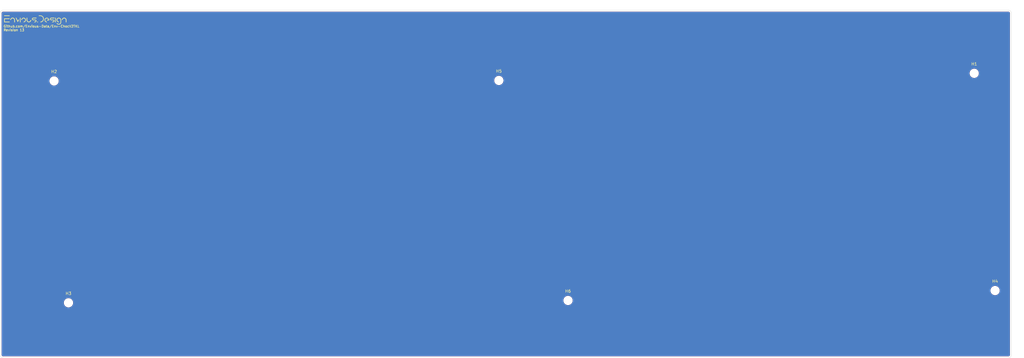
<source format=kicad_pcb>
(kicad_pcb (version 20211014) (generator pcbnew)
  (layers (0 "F.Cu" signal) (31 "B.Cu" signal) (34 "B.Paste" user) (35 "F.Paste" user) (36 "B.SilkS" user "B.Silkscreen") (37 "F.SilkS" user "F.Silkscreen") (38 "B.Mask" user) (39 "F.Mask" user) (44 "Edge.Cuts" user))
  (net 0 "")
  (footprint "MountingHole:MountingHole_2.2mm_M2" (layer "F.Cu") (at 375.3188 216.0017)
    (fp_text reference "H4" (at 0 -3.2) (layer "F.SilkS"))
    (fp_text value "MountingHole_Pad")
    (pad "" np_thru_hole circle (at 0 0) (size 2.2 2.2) (drill 2.2) (layers *.Cu *.Mask))
  )
  (footprint "MountingHole:MountingHole_2.2mm_M2" (layer "F.Cu") (at 368.1438 141.2767)
    (fp_text reference "H1" (at 0 -3.2) (layer "F.SilkS"))
    (fp_text value "MountingHole_Pad")
    (pad "" np_thru_hole circle (at 0 0) (size 2.2 2.2) (drill 2.2) (layers *.Cu *.Mask))
  )
  (footprint "MountingHole:MountingHole_2.2mm_M2" (layer "F.Cu") (at 51.6688 143.9017)
    (fp_text reference "H2" (at 0 -3.2) (layer "F.SilkS"))
    (fp_text value "MountingHole_Pad")
    (pad "" np_thru_hole circle (at 0 0) (size 2.2 2.2) (drill 2.2) (layers *.Cu *.Mask))
  )
  (footprint "MountingHole:MountingHole_2.2mm_M2" (layer "F.Cu") (at 56.6188 220.2017)
    (fp_text reference "H3" (at 0 -3.2) (layer "F.SilkS"))
    (fp_text value "MountingHole_Pad")
    (pad "" np_thru_hole circle (at 0 0) (size 2.2 2.2) (drill 2.2) (layers *.Cu *.Mask))
  )
  (footprint "kibuzzard-62517034" (layer "F.Cu") (at 45.212 122.936)
    (fp_text reference "kibuzzard-62517034" hide)
    (fp_text value "G***" hide)
    (fp_poly (pts (xy -8.824913 -1.584325) (xy -8.824913 -1.3462) (xy -10.726738 -1.3462) (xy -10.726738 -1.584325) (xy -8.824913 -1.584325)) (layer "F.SilkS") (width 0) (fill solid))
    (fp_poly (pts (xy -5.818188 -0.155575) (xy -5.545138 -0.155575) (xy -6.011863 0.7747) (xy -6.011863 0.790575) (xy -6.786563 -0.777875) (xy -6.523038 -0.777875) (xy -6.011863 0.263525) (xy -6.011863 0.24765) (xy -5.818188 -0.155575)) (layer "F.SilkS") (width 0) (fill solid))
    (fp_poly (pts (xy 0.642938 0.542925) (xy 0.909638 0.542925) (xy 0.909638 0.8001) (xy 0.642938 0.8001) (xy 0.642938 0.542925)) (layer "F.SilkS") (width 0) (fill solid))
    (fp_poly (pts (xy -0.954088 -0.3556) (xy -0.860425 -0.200025) (xy -0.633413 -0.155575) (xy -0.395288 -0.155575) (xy -0.255588 -0.1524) (xy -0.084138 -0.134938) (xy 0.092075 -0.092075) (xy 0.249238 -0.009525) (xy 0.36195 0.125413) (xy 0.404813 0.32385) (xy 0.36195 0.517525) (xy 0.250825 0.649288) (xy 0.096838 0.731838) (xy -0.077788 0.776288) (xy -0.24765 0.79375) (xy -0.385763 0.796925) (xy -0.385763 0.56515) (xy -0.242888 0.568325) (xy -0.060325 0.55245) (xy 0.096838 0.4826) (xy 0.163513 0.32385) (xy 0.125413 0.19685) (xy 0.028575 0.123825) (xy -0.098425 0.092075) (xy -0.227013 0.085725) (xy -0.633413 0.085725) (xy -0.858838 0.053975) (xy -1.033463 -0.036513) (xy -1.146175 -0.1778) (xy -1.185863 -0.36195) (xy -1.125538 -0.568325) (xy -0.969963 -0.700088) (xy -0.758825 -0.771525) (xy -0.531813 -0.79375) (xy 0.404813 -0.79375) (xy 0.404813 -0.55245) (xy -0.633413 -0.5461) (xy -0.715963 -0.534988) (xy -0.822325 -0.508) (xy -0.9144 -0.452438) (xy -0.954088 -0.3556)) (layer "F.SilkS") (width 0) (fill solid))
    (fp_poly (pts (xy -4.027488 -0.784225) (xy -3.869928 -0.768747) (xy -3.7211 -0.722313) (xy -3.585766 -0.648891) (xy -3.468688 -0.55245) (xy -3.372247 -0.435372) (xy -3.298825 -0.300038) (xy -3.252391 -0.151209) (xy -3.236913 0.00635) (xy -3.252391 0.166291) (xy -3.298825 0.315913) (xy -3.372247 0.45085) (xy -3.468688 0.566738) (xy -3.585766 0.661591) (xy -3.7211 0.733425) (xy -3.869928 0.778669) (xy -4.027488 0.79375) (xy -4.027488 0.555625) (xy -3.811588 0.512763) (xy -3.635375 0.395288) (xy -3.5179 0.220663) (xy -3.475038 0.00635) (xy -3.5179 -0.20955) (xy -3.635375 -0.385763) (xy -3.811588 -0.503238) (xy -4.027488 -0.5461) (xy -4.2418 -0.503238) (xy -4.416425 -0.385763) (xy -4.5339 -0.20955) (xy -4.576763 0.00635) (xy -4.814888 0.00635) (xy -4.799409 -0.151209) (xy -4.752975 -0.300038) (xy -4.679553 -0.435372) (xy -4.583113 -0.55245) (xy -4.466431 -0.648891) (xy -4.332288 -0.722313) (xy -4.18465 -0.768747) (xy -4.027488 -0.784225)) (layer "F.SilkS") (width 0) (fill solid))
    (fp_poly (pts (xy 1.192213 -1.58115) (xy 1.820863 -1.58115) (xy 2.001044 -1.560909) (xy 2.192338 -1.500188) (xy 2.38125 -1.400969) (xy 2.554288 -1.265238) (xy 2.7051 -1.094184) (xy 2.827338 -0.889) (xy 2.9083 -0.652463) (xy 2.935288 -0.38735) (xy 2.911078 -0.142478) (xy 2.83845 0.084138) (xy 2.726531 0.286941) (xy 2.58445 0.460375) (xy 2.416572 0.602059) (xy 2.227263 0.709613) (xy 2.02565 0.777478) (xy 1.820863 0.8001) (xy 1.751013 0.8001) (xy 1.751013 0.561975) (xy 1.932384 0.544513) (xy 2.1082 0.492125) (xy 2.271316 0.408384) (xy 2.414588 0.296863) (xy 2.534444 0.15875) (xy 2.627313 -0.004763) (xy 2.686844 -0.190103) (xy 2.706688 -0.3937) (xy 2.689622 -0.572294) (xy 2.638425 -0.746125) (xy 2.556272 -0.90805) (xy 2.446338 -1.050925) (xy 2.309416 -1.171575) (xy 2.1463 -1.266825) (xy 1.959372 -1.328738) (xy 1.751013 -1.349375) (xy 1.192213 -1.349375) (xy 1.192213 -1.58115)) (layer "F.SilkS") (width 0) (fill solid))
    (fp_poly (pts (xy 3.970338 0.80645) (xy 3.810397 0.790972) (xy 3.660775 0.744538) (xy 3.525441 0.671116) (xy 3.408363 0.574675) (xy 3.311922 0.457597) (xy 3.2385 0.322263) (xy 3.192066 0.172641) (xy 3.176588 0.0127) (xy 3.192066 -0.144859) (xy 3.2385 -0.293688) (xy 3.311922 -0.429022) (xy 3.408363 -0.5461) (xy 3.525441 -0.642938) (xy 3.660775 -0.71755) (xy 3.810397 -0.765175) (xy 3.970338 -0.78105) (xy 4.127897 -0.765175) (xy 4.276725 -0.71755) (xy 4.412059 -0.642938) (xy 4.529138 -0.5461) (xy 4.625975 -0.429022) (xy 4.700588 -0.293688) (xy 4.748213 -0.144859) (xy 4.764088 0.0127) (xy 4.764088 0.1651) (xy 3.970338 0.1651) (xy 3.970338 -0.073025) (xy 4.525963 -0.073025) (xy 4.4831 -0.254) (xy 4.364038 -0.403225) (xy 4.186238 -0.504825) (xy 3.970338 -0.542925) (xy 3.751263 -0.500062) (xy 3.57505 -0.381) (xy 3.457575 -0.2032) (xy 3.414713 0.0127) (xy 3.457575 0.231775) (xy 3.57505 0.407988) (xy 3.751263 0.525463) (xy 3.970338 0.568325) (xy 3.970338 0.80645)) (layer "F.SilkS") (width 0) (fill solid))
    (fp_poly (pts (xy 5.230813 -0.3556) (xy 5.324475 -0.200025) (xy 5.551488 -0.155575) (xy 5.789613 -0.155575) (xy 5.929313 -0.1524) (xy 6.100763 -0.134938) (xy 6.276975 -0.092075) (xy 6.434138 -0.009525) (xy 6.54685 0.125413) (xy 6.589713 0.32385) (xy 6.54685 0.517525) (xy 6.435725 0.649288) (xy 6.281738 0.731838) (xy 6.107113 0.776288) (xy 5.93725 0.79375) (xy 5.799138 0.796925) (xy 5.799138 0.56515) (xy 5.942013 0.568325) (xy 6.124575 0.55245) (xy 6.281738 0.4826) (xy 6.348413 0.32385) (xy 6.310313 0.19685) (xy 6.213475 0.123825) (xy 6.086475 0.092075) (xy 5.957888 0.085725) (xy 5.551488 0.085725) (xy 5.326063 0.053975) (xy 5.151438 -0.036513) (xy 5.038725 -0.1778) (xy 4.999038 -0.36195) (xy 5.059363 -0.568325) (xy 5.214938 -0.700088) (xy 5.426075 -0.771525) (xy 5.653088 -0.79375) (xy 6.589713 -0.79375) (xy 6.589713 -0.55245) (xy 5.551488 -0.5461) (xy 5.468938 -0.534988) (xy 5.362575 -0.508) (xy 5.2705 -0.452438) (xy 5.230813 -0.3556)) (layer "F.SilkS") (width 0) (fill solid))
    (fp_poly (pts (xy 9.129713 0.003175) (xy 9.145588 -0.156766) (xy 9.193213 -0.306388) (xy 9.267825 -0.442119) (xy 9.364663 -0.560388) (xy 9.481741 -0.658416) (xy 9.617075 -0.733425) (xy 9.766697 -0.78105) (xy 9.926638 -0.796925) (xy 10.086578 -0.78105) (xy 10.2362 -0.733425) (xy 10.371931 -0.658416) (xy 10.4902 -0.560388) (xy 10.588228 -0.442119) (xy 10.663238 -0.306388) (xy 10.710863 -0.156766) (xy 10.726738 0.003175) (xy 10.726738 0.8001) (xy 10.485438 0.8001) (xy 10.485438 0.003175) (xy 10.442575 -0.212725) (xy 10.323513 -0.390525) (xy 10.145713 -0.511175) (xy 9.926638 -0.555625) (xy 9.707563 -0.511175) (xy 9.529763 -0.390525) (xy 9.4107 -0.212725) (xy 9.367838 0.003175) (xy 9.129713 0.003175)) (layer "F.SilkS") (width 0) (fill solid))
    (fp_poly (pts (xy -8.605838 0.003175) (xy -8.589963 -0.156766) (xy -8.542338 -0.306388) (xy -8.467725 -0.442119) (xy -8.370888 -0.560388) (xy -8.253809 -0.658416) (xy -8.118475 -0.733425) (xy -7.968853 -0.78105) (xy -7.808913 -0.796925) (xy -7.648972 -0.78105) (xy -7.49935 -0.733425) (xy -7.363619 -0.658416) (xy -7.24535 -0.560388) (xy -7.147322 -0.442119) (xy -7.072313 -0.306388) (xy -7.024688 -0.156766) (xy -7.008813 0.003175) (xy -7.008813 0.8001) (xy -7.250113 0.8001) (xy -7.250113 0.003175) (xy -7.292975 -0.212725) (xy -7.412038 -0.390525) (xy -7.589838 -0.511175) (xy -7.808913 -0.555625) (xy -8.027988 -0.511175) (xy -8.205788 -0.390525) (xy -8.32485 -0.212725) (xy -8.367713 0.003175) (xy -8.605838 0.003175)) (layer "F.SilkS") (width 0) (fill solid))
    (fp_poly (pts (xy 8.894763 0.79375) (xy 8.879284 0.951309) (xy 8.83285 1.100138) (xy 8.759428 1.235472) (xy 8.662988 1.35255) (xy 8.545909 1.448991) (xy 8.410575 1.522413) (xy 8.260953 1.568847) (xy 8.101012 1.584325) (xy 7.944644 1.575594) (xy 7.799388 1.5494) (xy 7.668816 1.507331) (xy 7.5565 1.450975) (xy 7.388225 1.300163) (xy 7.310438 1.108075) (xy 7.596188 1.108075) (xy 7.646988 1.203325) (xy 7.735888 1.281113) (xy 7.88035 1.331913) (xy 8.101012 1.3462) (xy 8.320088 1.303338) (xy 8.4963 1.185863) (xy 8.613775 1.00965) (xy 8.656638 0.79375) (xy 8.656638 0) (xy 8.613775 -0.2159) (xy 8.4963 -0.3937) (xy 8.320088 -0.512763) (xy 8.101012 -0.555625) (xy 7.889875 -0.512763) (xy 7.713663 -0.3937) (xy 7.593013 -0.2159) (xy 7.548563 0) (xy 7.593013 0.2159) (xy 7.713663 0.3937) (xy 7.889875 0.512763) (xy 8.101012 0.555625) (xy 8.101012 0.79375) (xy 7.943453 0.778272) (xy 7.794625 0.731838) (xy 7.659291 0.658813) (xy 7.542213 0.563563) (xy 7.445772 0.447675) (xy 7.37235 0.312738) (xy 7.325916 0.162322) (xy 7.310438 0) (xy 7.325916 -0.157559) (xy 7.37235 -0.306388) (xy 7.445772 -0.441722) (xy 7.542213 -0.5588) (xy 7.659291 -0.655241) (xy 7.794625 -0.728663) (xy 7.943453 -0.775097) (xy 8.101012 -0.790575) (xy 8.260953 -0.775097) (xy 8.410575 -0.728663) (xy 8.545909 -0.655241) (xy 8.662988 -0.5588) (xy 8.759428 -0.441722) (xy 8.83285 -0.306388) (xy 8.879284 -0.157559) (xy 8.894763 0) (xy 8.894763 0.79375)) (layer "F.SilkS") (width 0) (fill solid))
    (fp_poly (pts (xy -5.065713 0.803275) (xy -5.303838 0.803275) (xy -5.303838 -0.784225) (xy -5.065713 -0.784225) (xy -5.065713 0.803275)) (layer "F.SilkS") (width 0) (fill solid))
    (fp_poly (pts (xy -8.824913 -0.3175) (xy -10.491788 -0.3175) (xy -10.491788 0.5588) (xy -8.824913 0.5588) (xy -8.824913 0.79375) (xy -10.726738 0.79375) (xy -10.726738 0.71755) (xy -10.726738 -0.3175) (xy -10.726738 -0.55245) (xy -8.824913 -0.55245) (xy -8.824913 -0.3175)) (layer "F.SilkS") (width 0) (fill solid))
    (fp_poly (pts (xy -2.205038 0.561975) (xy -1.990725 0.517525) (xy -1.814513 0.398463) (xy -1.693863 0.22225) (xy -1.649413 0.00635) (xy -1.649413 0) (xy -1.408113 0) (xy -1.408113 0.00635) (xy -1.423988 0.166291) (xy -1.471613 0.315913) (xy -1.546225 0.451247) (xy -1.643063 0.568325) (xy -1.760538 0.665163) (xy -1.897063 0.739775) (xy -2.047081 0.7874) (xy -2.205038 0.803275) (xy -2.364978 0.7874) (xy -2.5146 0.739775) (xy -2.649934 0.665163) (xy -2.767013 0.568325) (xy -2.86385 0.451247) (xy -2.938463 0.315913) (xy -2.986088 0.166291) (xy -3.001963 0.00635) (xy -3.001963 -0.790575) (xy -2.760663 -0.790575) (xy -2.760663 0.00635) (xy -2.7178 0.22225) (xy -2.600325 0.398463) (xy -2.424113 0.517525) (xy -2.205038 0.561975)) (layer "F.SilkS") (width 0) (fill solid))
    (fp_poly (pts (xy 7.065963 0.803275) (xy 6.827838 0.803275) (xy 6.827838 -0.784225) (xy 7.065963 -0.784225) (xy 7.065963 0.803275)) (layer "F.SilkS") (width 0) (fill solid))
  )
  (footprint "MountingHole:MountingHole_2.2mm_M2" (layer "F.Cu") (at 228.4388 219.4017)
    (fp_text reference "H6" (at 0 -3.2) (layer "F.SilkS"))
    (fp_text value "MountingHole_Pad")
    (pad "" np_thru_hole circle (at 0 0) (size 2.2 2.2) (drill 2.2) (layers *.Cu *.Mask))
  )
  (footprint "MountingHole:MountingHole_2.2mm_M2" (layer "F.Cu") (at 204.6388 143.7317)
    (fp_text reference "H5" (at 0 -3.2) (layer "F.SilkS"))
    (fp_text value "MountingHole_Pad")
    (pad "" np_thru_hole circle (at 0 0) (size 2.2 2.2) (drill 2.2) (layers *.Cu *.Mask))
  )
  (gr_line (start 233.07 119.6) (end 379.925 119.6) (layer "Edge.Cuts") (width 0.1))
  (gr_line (start 34.125 239.1) (end 379.925 239.1) (layer "Edge.Cuts") (width 0.1))
  (gr_arc (start 33.117107 120.597107) (mid 33.41 119.89) (end 34.117107 119.597107) (layer "Edge.Cuts") (width 0.1))
  (gr_line (start 233.07 119.6) (end 34.117107 119.597107) (layer "Edge.Cuts") (width 0.1))
  (gr_arc (start 380.925 238.1) (mid 380.632107 238.807107) (end 379.925 239.1) (layer "Edge.Cuts") (width 0.1))
  (gr_arc (start 379.925 119.6) (mid 380.632107 119.892893) (end 380.925 120.6) (layer "Edge.Cuts") (width 0.1))
  (gr_arc (start 34.125 239.1) (mid 33.417893 238.807107) (end 33.125 238.1) (layer "Edge.Cuts") (width 0.1))
  (gr_line (start 33.117107 120.597107) (end 33.125 238.1) (layer "Edge.Cuts") (width 0.1))
  (gr_line (start 380.925 238.1) (end 380.925 120.6) (layer "Edge.Cuts") (width 0.1))
  (gr_text "Github.com/Envious-Data/Env-ChocV2TKL\nRevision 13" (at 34.212 125.754068) (layer "F.SilkS") (effects (font (size 0.8 0.8)) (justify left)))
  (zone (net 0) (net_name "") (layers F&B.Cu) (connect_pads yes (clearance 0.5)) (min_thickness 0.25) (fill yes (thermal_gap 0.5) (thermal_bridge_width 0.5))
    (polygon (pts (xy 380.9188 239.1017) (xy 33.1188 239.1017) (xy 33.1188 119.6017) (xy 380.9188 119.6017)))
  )
)
</source>
